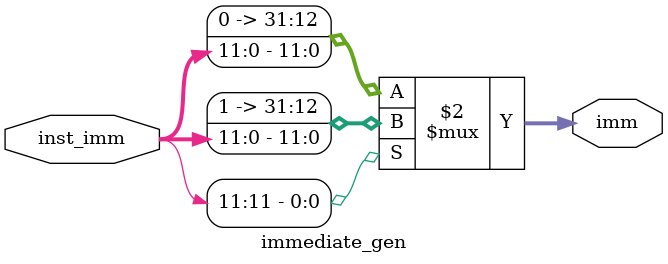
<source format=v>
module immediate_gen(inst_imm,imm);

input [11:0] inst_imm;
output [31:0] imm;

assign imm = (inst_imm[11] == 1'b1) ? {{20{1'b1}},inst_imm[11:0]} : {{20{1'b0}},inst_imm[11:0]};

endmodule

// for the Store operations, the immediate is split in segments.
// in the [31:0]Instr, {[31:25],[11,7]} make up the immediate of 12 bits.
// these 12 bits will be concatenated with sign bit extension to create the 32 bit immediate.

</source>
